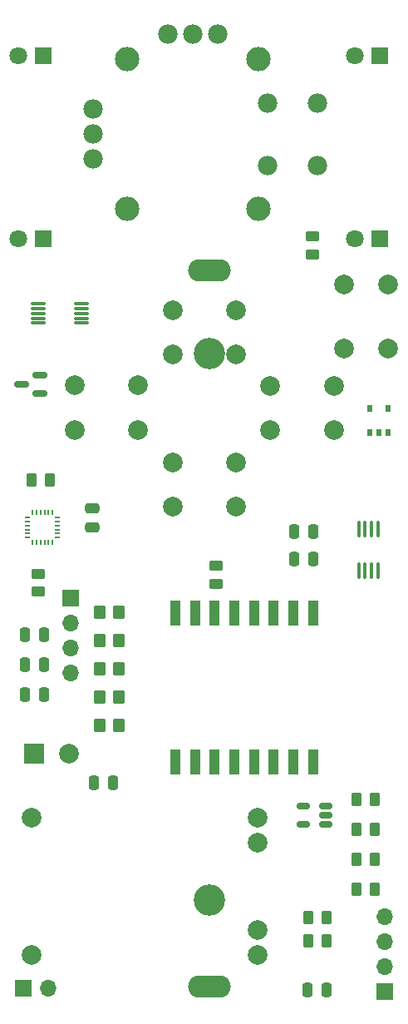
<source format=gbr>
%TF.GenerationSoftware,KiCad,Pcbnew,8.0.5*%
%TF.CreationDate,2026-01-01T16:10:54+02:00*%
%TF.ProjectId,scheme,73636865-6d65-42e6-9b69-6361645f7063,rev?*%
%TF.SameCoordinates,Original*%
%TF.FileFunction,Soldermask,Top*%
%TF.FilePolarity,Negative*%
%FSLAX46Y46*%
G04 Gerber Fmt 4.6, Leading zero omitted, Abs format (unit mm)*
G04 Created by KiCad (PCBNEW 8.0.5) date 2026-01-01 16:10:54*
%MOMM*%
%LPD*%
G01*
G04 APERTURE LIST*
G04 Aperture macros list*
%AMRoundRect*
0 Rectangle with rounded corners*
0 $1 Rounding radius*
0 $2 $3 $4 $5 $6 $7 $8 $9 X,Y pos of 4 corners*
0 Add a 4 corners polygon primitive as box body*
4,1,4,$2,$3,$4,$5,$6,$7,$8,$9,$2,$3,0*
0 Add four circle primitives for the rounded corners*
1,1,$1+$1,$2,$3*
1,1,$1+$1,$4,$5*
1,1,$1+$1,$6,$7*
1,1,$1+$1,$8,$9*
0 Add four rect primitives between the rounded corners*
20,1,$1+$1,$2,$3,$4,$5,0*
20,1,$1+$1,$4,$5,$6,$7,0*
20,1,$1+$1,$6,$7,$8,$9,0*
20,1,$1+$1,$8,$9,$2,$3,0*%
G04 Aperture macros list end*
%ADD10R,1.800000X1.800000*%
%ADD11C,1.800000*%
%ADD12RoundRect,0.250000X-0.262500X-0.450000X0.262500X-0.450000X0.262500X0.450000X-0.262500X0.450000X0*%
%ADD13RoundRect,0.250000X-0.450000X0.262500X-0.450000X-0.262500X0.450000X-0.262500X0.450000X0.262500X0*%
%ADD14RoundRect,0.250000X0.262500X0.450000X-0.262500X0.450000X-0.262500X-0.450000X0.262500X-0.450000X0*%
%ADD15RoundRect,0.050000X0.050000X-0.225000X0.050000X0.225000X-0.050000X0.225000X-0.050000X-0.225000X0*%
%ADD16RoundRect,0.050000X0.225000X0.050000X-0.225000X0.050000X-0.225000X-0.050000X0.225000X-0.050000X0*%
%ADD17C,2.000000*%
%ADD18C,1.982000*%
%ADD19C,2.490000*%
%ADD20R,0.550000X0.800000*%
%ADD21R,1.700000X1.700000*%
%ADD22O,1.700000X1.700000*%
%ADD23RoundRect,0.250000X0.475000X-0.250000X0.475000X0.250000X-0.475000X0.250000X-0.475000X-0.250000X0*%
%ADD24RoundRect,0.250000X0.250000X0.475000X-0.250000X0.475000X-0.250000X-0.475000X0.250000X-0.475000X0*%
%ADD25RoundRect,0.075000X-0.650000X-0.075000X0.650000X-0.075000X0.650000X0.075000X-0.650000X0.075000X0*%
%ADD26RoundRect,0.150000X0.587500X0.150000X-0.587500X0.150000X-0.587500X-0.150000X0.587500X-0.150000X0*%
%ADD27RoundRect,0.150000X0.512500X0.150000X-0.512500X0.150000X-0.512500X-0.150000X0.512500X-0.150000X0*%
%ADD28RoundRect,0.250000X-0.350000X-0.450000X0.350000X-0.450000X0.350000X0.450000X-0.350000X0.450000X0*%
%ADD29RoundRect,0.250000X0.350000X0.450000X-0.350000X0.450000X-0.350000X-0.450000X0.350000X-0.450000X0*%
%ADD30RoundRect,0.250000X-0.250000X-0.475000X0.250000X-0.475000X0.250000X0.475000X-0.250000X0.475000X0*%
%ADD31R,1.000000X2.500000*%
%ADD32RoundRect,0.100000X0.100000X-0.712500X0.100000X0.712500X-0.100000X0.712500X-0.100000X-0.712500X0*%
%ADD33C,3.200000*%
%ADD34O,4.344000X2.274000*%
%ADD35R,2.000000X2.000000*%
G04 APERTURE END LIST*
D10*
%TO.C,D2*%
X125400000Y-46800000D03*
D11*
X122860000Y-46800000D03*
%TD*%
D12*
%TO.C,R4*%
X152387500Y-136900000D03*
X154212500Y-136900000D03*
%TD*%
D13*
%TO.C,R13*%
X152800000Y-65187500D03*
X152800000Y-67012500D03*
%TD*%
D14*
%TO.C,R14*%
X159112500Y-131600000D03*
X157287500Y-131600000D03*
%TD*%
D15*
%TO.C,U7*%
X124300000Y-96300000D03*
X124700000Y-96300000D03*
X125100000Y-96300000D03*
X125500000Y-96300000D03*
X125900000Y-96300000D03*
X126300000Y-96300000D03*
D16*
X126800000Y-95800000D03*
X126800000Y-95400000D03*
X126800000Y-95000000D03*
X126800000Y-94600000D03*
X126800000Y-94200000D03*
X126800000Y-93800000D03*
D15*
X126300000Y-93300000D03*
X125900000Y-93300000D03*
X125500000Y-93300000D03*
X125100000Y-93300000D03*
X124700000Y-93300000D03*
X124300000Y-93300000D03*
D16*
X123800000Y-93800000D03*
X123800000Y-94200000D03*
X123800000Y-94600000D03*
X123800000Y-95000000D03*
X123800000Y-95400000D03*
X123800000Y-95800000D03*
%TD*%
D17*
%TO.C,SW3*%
X128550000Y-80350000D03*
X135050000Y-80350000D03*
X128550000Y-84850000D03*
X135050000Y-84850000D03*
%TD*%
D18*
%TO.C,U1*%
X153318700Y-51575000D03*
X153318700Y-57925000D03*
X148238700Y-51575000D03*
X148238700Y-57925000D03*
X130458700Y-52210000D03*
X130458700Y-54750000D03*
X130458700Y-57290000D03*
D19*
X147286200Y-47130000D03*
X133951200Y-47130000D03*
X147286200Y-62370000D03*
X133951200Y-62370000D03*
D18*
X143158700Y-44590000D03*
X140618700Y-44590000D03*
X138078700Y-44590000D03*
%TD*%
D10*
%TO.C,D3*%
X159675000Y-65400000D03*
D11*
X157135000Y-65400000D03*
%TD*%
D20*
%TO.C,U4*%
X158650000Y-85100000D03*
X159600000Y-85100000D03*
X160550000Y-85100000D03*
X160550000Y-82700000D03*
X158650000Y-82700000D03*
%TD*%
D21*
%TO.C,J1*%
X123325000Y-141700000D03*
D22*
X125865000Y-141700000D03*
%TD*%
D23*
%TO.C,C9*%
X130400000Y-94750000D03*
X130400000Y-92850000D03*
%TD*%
D24*
%TO.C,C8*%
X125450000Y-105700000D03*
X123550000Y-105700000D03*
%TD*%
D12*
%TO.C,R7*%
X157287500Y-125533300D03*
X159112500Y-125533300D03*
%TD*%
D24*
%TO.C,C3*%
X125450000Y-108750000D03*
X123550000Y-108750000D03*
%TD*%
D25*
%TO.C,U5*%
X124900000Y-72000000D03*
X124900000Y-72500000D03*
X124900000Y-73000000D03*
X124900000Y-73500000D03*
X124900000Y-74000000D03*
X129300000Y-74000000D03*
X129300000Y-73500000D03*
X129300000Y-73000000D03*
X129300000Y-72500000D03*
X129300000Y-72000000D03*
%TD*%
D26*
%TO.C,Q1*%
X125037500Y-81150000D03*
X125037500Y-79250000D03*
X123162500Y-80200000D03*
%TD*%
D27*
%TO.C,U6*%
X154137500Y-125050000D03*
X154137500Y-124100000D03*
X154137500Y-123150000D03*
X151862500Y-123150000D03*
X151862500Y-125050000D03*
%TD*%
D28*
%TO.C,R1*%
X131100000Y-103400000D03*
X133100000Y-103400000D03*
%TD*%
D17*
%TO.C,SW4*%
X138550000Y-88150000D03*
X145050000Y-88150000D03*
X138550000Y-92650000D03*
X145050000Y-92650000D03*
%TD*%
D21*
%TO.C,ICM-conn1*%
X128200000Y-102000000D03*
D22*
X128200000Y-104540000D03*
X128200000Y-107080000D03*
X128200000Y-109620000D03*
%TD*%
D12*
%TO.C,R5*%
X152387500Y-134500000D03*
X154212500Y-134500000D03*
%TD*%
D29*
%TO.C,R3*%
X133100000Y-112025000D03*
X131100000Y-112025000D03*
%TD*%
D30*
%TO.C,C4*%
X150950000Y-95185000D03*
X152850000Y-95185000D03*
%TD*%
D28*
%TO.C,R10*%
X131100000Y-114900000D03*
X133100000Y-114900000D03*
%TD*%
D13*
%TO.C,R12*%
X124900000Y-99487500D03*
X124900000Y-101312500D03*
%TD*%
D31*
%TO.C,U2*%
X152850000Y-103500000D03*
X150850000Y-103500000D03*
X148850000Y-103500000D03*
X146850000Y-103500000D03*
X144850000Y-103500000D03*
X142850000Y-103500000D03*
X140850000Y-103500000D03*
X138850000Y-103500000D03*
X138850000Y-118700000D03*
X140850000Y-118700000D03*
X142850000Y-118700000D03*
X144850000Y-118700000D03*
X146850000Y-118700000D03*
X148850000Y-118700000D03*
X150850000Y-118700000D03*
X152850000Y-118700000D03*
%TD*%
D29*
%TO.C,R9*%
X133100000Y-106275000D03*
X131100000Y-106275000D03*
%TD*%
D24*
%TO.C,C2*%
X125450000Y-111800000D03*
X123550000Y-111800000D03*
%TD*%
D13*
%TO.C,R11*%
X143000000Y-98687500D03*
X143000000Y-100512500D03*
%TD*%
D10*
%TO.C,D1*%
X159675000Y-46800000D03*
D11*
X157135000Y-46800000D03*
%TD*%
D32*
%TO.C,U3*%
X157525000Y-99212500D03*
X158175000Y-99212500D03*
X158825000Y-99212500D03*
X159475000Y-99212500D03*
X159475000Y-94987500D03*
X158825000Y-94987500D03*
X158175000Y-94987500D03*
X157525000Y-94987500D03*
%TD*%
D10*
%TO.C,D4*%
X125400000Y-65400000D03*
D11*
X122860000Y-65400000D03*
%TD*%
D30*
%TO.C,C1*%
X152330000Y-141900000D03*
X154230000Y-141900000D03*
%TD*%
D17*
%TO.C,TP4056-module1*%
X124195000Y-124305000D03*
X124195000Y-138305000D03*
X147195000Y-124305000D03*
X147195000Y-138305000D03*
X147195000Y-126845000D03*
X147195000Y-135765000D03*
%TD*%
D14*
%TO.C,R15*%
X126012500Y-90000000D03*
X124187500Y-90000000D03*
%TD*%
D17*
%TO.C,SW2*%
X148500000Y-80400000D03*
X155000000Y-80400000D03*
X148500000Y-84900000D03*
X155000000Y-84900000D03*
%TD*%
D28*
%TO.C,R2*%
X131100000Y-109150000D03*
X133100000Y-109150000D03*
%TD*%
D12*
%TO.C,R8*%
X157287500Y-128566700D03*
X159112500Y-128566700D03*
%TD*%
D30*
%TO.C,C5*%
X150950000Y-98000000D03*
X152850000Y-98000000D03*
%TD*%
%TO.C,C10*%
X130550000Y-120800000D03*
X132450000Y-120800000D03*
%TD*%
D17*
%TO.C,SW1*%
X138550000Y-72650000D03*
X145050000Y-72650000D03*
X138550000Y-77150000D03*
X145050000Y-77150000D03*
%TD*%
D12*
%TO.C,R6*%
X157287500Y-122500000D03*
X159112500Y-122500000D03*
%TD*%
D33*
%TO.C,BT1*%
X142300000Y-77095000D03*
X142300000Y-132710000D03*
D34*
X142300000Y-68600000D03*
X142300000Y-141500000D03*
%TD*%
D21*
%TO.C,prog1*%
X160200000Y-142000000D03*
D22*
X160200000Y-139460000D03*
X160200000Y-136920000D03*
X160200000Y-134380000D03*
%TD*%
D17*
%TO.C,SW5*%
X156050000Y-70050000D03*
X156050000Y-76550000D03*
X160550000Y-70050000D03*
X160550000Y-76550000D03*
%TD*%
D35*
%TO.C,C7*%
X124482300Y-117800000D03*
D17*
X127982300Y-117800000D03*
%TD*%
M02*

</source>
